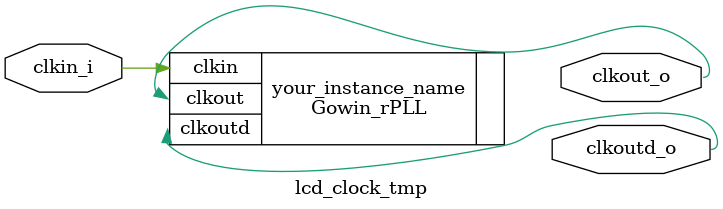
<source format=v>

module lcd_clock_tmp (
    input      clkin_i,     // Reloj de entrada
    output     clkout_o,    // Salida de reloj principal
    output     clkoutd_o    // Salida de reloj dividido
);

    Gowin_rPLL your_instance_name (
        .clkout(clkout_o),  // output clkout
        .clkoutd(clkoutd_o), // output clkoutd
        .clkin(clkin_i)      // input clkin
    );

endmodule
</source>
